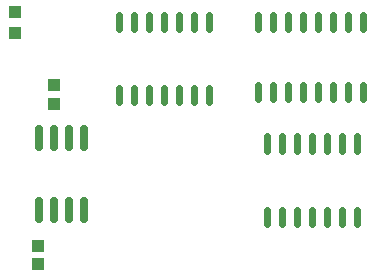
<source format=gtp>
G04 Layer: TopPasteMaskLayer*
G04 EasyEDA v6.3.22, 2020-01-17T17:02:50--8:00*
G04 00b4f696a6e84f9c838c38f8efb8d84c,fa4d7a5b45b64ba9a5df01c69efcfd0a,10*
G04 Gerber Generator version 0.2*
G04 Scale: 100 percent, Rotated: No, Reflected: No *
G04 Dimensions in millimeters *
G04 leading zeros omitted , absolute positions ,3 integer and 3 decimal *
%FSLAX33Y33*%
%MOMM*%
G90*
G71D02*

%ADD12C,0.599999*%
%ADD13C,0.699999*%
%ADD15R,1.099998X0.999998*%

%LPD*%
G54D12*
G01X35306Y26755D02*
G01X35306Y27955D01*
G01X34036Y26755D02*
G01X34036Y27955D01*
G01X32766Y26755D02*
G01X32766Y27955D01*
G01X31496Y26755D02*
G01X31496Y27955D01*
G01X30226Y26755D02*
G01X30226Y27955D01*
G01X28956Y26755D02*
G01X28956Y27955D01*
G01X27686Y26755D02*
G01X27686Y27955D01*
G01X26416Y26755D02*
G01X26416Y27955D01*
G01X35306Y20812D02*
G01X35306Y22012D01*
G01X34036Y20812D02*
G01X34036Y22012D01*
G01X32766Y20812D02*
G01X32766Y22012D01*
G01X31496Y20812D02*
G01X31496Y22012D01*
G01X30226Y20812D02*
G01X30226Y22012D01*
G01X28956Y20812D02*
G01X28956Y22012D01*
G01X27686Y20812D02*
G01X27686Y22012D01*
G01X26416Y20812D02*
G01X26416Y22012D01*
G01X22225Y26757D02*
G01X22225Y27957D01*
G01X20955Y26757D02*
G01X20955Y27957D01*
G01X19685Y26757D02*
G01X19685Y27957D01*
G01X18415Y26757D02*
G01X18415Y27957D01*
G01X17145Y26757D02*
G01X17145Y27957D01*
G01X15875Y26757D02*
G01X15875Y27957D01*
G01X14605Y26757D02*
G01X14605Y27957D01*
G01X22225Y20556D02*
G01X22225Y21756D01*
G01X20955Y20556D02*
G01X20955Y21756D01*
G01X19685Y20556D02*
G01X19685Y21756D01*
G01X18415Y20556D02*
G01X18415Y21756D01*
G01X17145Y20556D02*
G01X17145Y21756D01*
G01X15875Y20556D02*
G01X15875Y21756D01*
G01X14605Y20556D02*
G01X14605Y21756D01*
G01X34798Y16470D02*
G01X34798Y17670D01*
G01X33528Y16470D02*
G01X33528Y17670D01*
G01X32258Y16470D02*
G01X32258Y17670D01*
G01X30988Y16470D02*
G01X30988Y17670D01*
G01X29718Y16470D02*
G01X29718Y17670D01*
G01X28448Y16470D02*
G01X28448Y17670D01*
G01X27178Y16470D02*
G01X27178Y17670D01*
G01X34798Y10269D02*
G01X34798Y11469D01*
G01X33528Y10269D02*
G01X33528Y11469D01*
G01X32258Y10269D02*
G01X32258Y11469D01*
G01X30988Y10269D02*
G01X30988Y11469D01*
G01X29718Y10269D02*
G01X29718Y11469D01*
G01X28448Y10269D02*
G01X28448Y11469D01*
G01X27178Y10269D02*
G01X27178Y11469D01*
G54D13*
G01X7874Y10705D02*
G01X7874Y12205D01*
G01X9144Y10705D02*
G01X9144Y12205D01*
G01X10414Y10705D02*
G01X10414Y12205D01*
G01X11684Y10705D02*
G01X11684Y12205D01*
G01X7874Y16750D02*
G01X7874Y18250D01*
G01X9144Y16750D02*
G01X9144Y18250D01*
G01X10414Y16750D02*
G01X10414Y18250D01*
G01X11684Y16750D02*
G01X11684Y18250D01*
G54D15*
G01X5842Y26404D03*
G01X5842Y28205D03*
G01X7747Y8419D03*
G01X7747Y6820D03*
G01X9144Y20409D03*
G01X9144Y22008D03*
M00*
M02*

</source>
